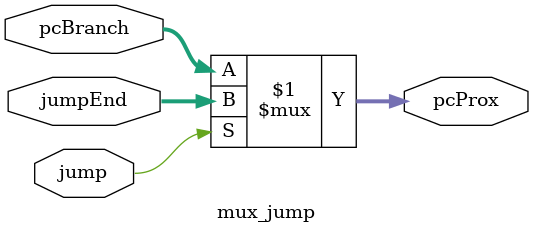
<source format=v>
module mux_jump  (pcBranch, jumpEnd, jump, pcProx);
	input  wire [31:0] pcBranch;   // saída do mux do branch
   input  wire [31:0] jumpEnd;  // endereço de jump (instr[25:0] << 2)
   input  wire        jump;      // sinal da unidade de controle
   output wire [31:0] pcProx;       // próximo valor do PC

   assign pcProx = (jump) ? jumpEnd : pcBranch;

endmodule
</source>
